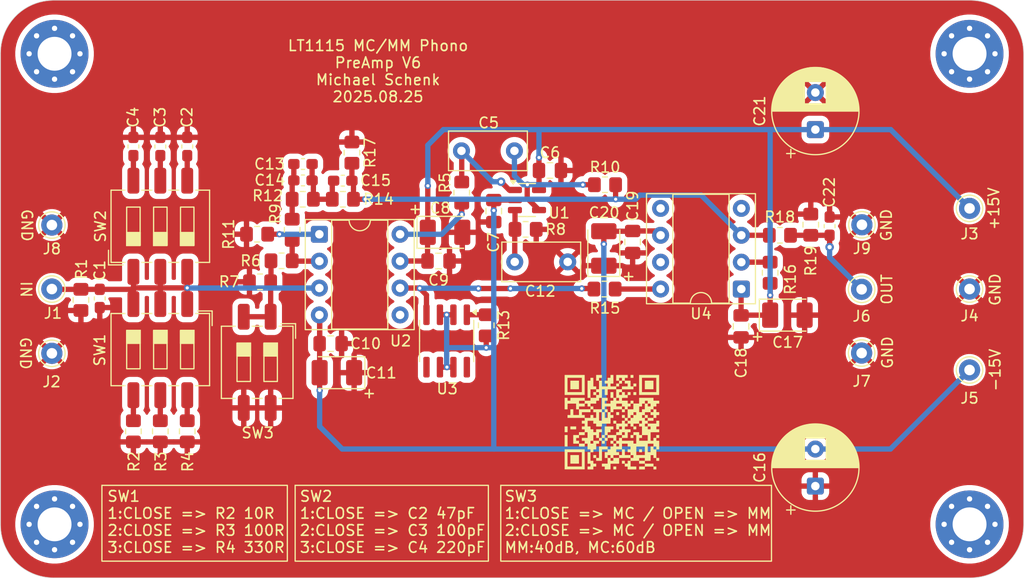
<source format=kicad_pcb>
(kicad_pcb (version 20241229) (generator "pcbnew") (generator_version "9.0")
  (layers (0 "F.Cu" signal) (2 "B.Cu" signal) (13 "F.Paste" user) (15 "B.Paste" user) (5 "F.SilkS" user "F.Silkscreen") (7 "B.SilkS" user "B.Silkscreen") (1 "F.Mask" user) (3 "B.Mask" user) (25 "Edge.Cuts" user))
  (net 0 "")
  (net 1 "GND")
  (net 2 "Net-(C2-Pad1)")
  (net 3 "+15V")
  (net 4 "-15V")
  (net 5 "Net-(C4-Pad1)")
  (net 6 "Net-(C5-Pad1)")
  (net 7 "SERVO_INR")
  (net 8 "Net-(J1-Pin_1)")
  (net 9 "Net-(C3-Pad1)")
  (net 10 "Net-(J6-Pin_1)")
  (net 11 "Net-(U1-+)")
  (net 12 "Net-(C13-Pad1)")
  (net 13 "Net-(R6-Pad2)")
  (net 14 "Net-(C13-Pad2)")
  (net 15 "Net-(R11-Pad2)")
  (net 16 "SERVO_OUT")
  (net 17 "Net-(U1--)")
  (net 18 "Net-(R2-Pad1)")
  (net 19 "Net-(R3-Pad1)")
  (net 20 "Net-(R4-Pad1)")
  (net 21 "Net-(U2--)")
  (net 22 "Net-(R13-Pad1)")
  (net 23 "Net-(U4-IN)")
  (net 24 "Net-(R15-Pad2)")
  (net 25 "Net-(R16-Pad2)")
  (footprint "Capacitor_Tantalum_SMD:CP_EIA-3528-12_Kemet-T_HandSolder" (layer "F.Cu") (at 121.9435 110.8456)
    (property "Reference" "C8")
    (property "Value" "10uF/25V")
  )
  (footprint "Capacitor_SMD:C_0805_2012Metric_Pad1.18x1.45mm_HandSolder" (layer "F.Cu") (at 121.3319 113.5568)
    (property "Reference" "C9")
    (property "Value" "1uF")
  )
  (footprint "Capacitor_SMD:C_0805_2012Metric_Pad1.18x1.45mm_HandSolder" (layer "F.Cu") (at 111.1465 121.3612 180)
    (property "Reference" "C10")
    (property "Value" "1uF")
  )
  (footprint "Capacitor_Tantalum_SMD:CP_EIA-3528-12_Kemet-T_HandSolder" (layer "F.Cu") (at 111.7365 124.1044 180)
    (property "Reference" "C11")
    (property "Value" "10uF/25V")
  )
  (footprint "Capacitor_SMD:C_0603_1608Metric_Pad1.08x0.95mm_HandSolder" (layer "F.Cu") (at 108.5353 104.394 180)
    (property "Reference" "C13")
    (property "Value" "330pF")
  )
  (footprint "Capacitor_SMD:C_0603_1608Metric_Pad1.08x0.95mm_HandSolder" (layer "F.Cu") (at 108.5353 105.9434 180)
    (property "Reference" "C14")
    (property "Value" "3.9nF")
  )
  (footprint "Capacitor_SMD:C_0603_1608Metric_Pad1.08x0.95mm_HandSolder" (layer "F.Cu") (at 112.2923 105.9688 180)
    (property "Reference" "C15")
    (property "Value" "15nF")
  )
  (footprint "Capacitor_SMD:C_0805_2012Metric_Pad1.18x1.45mm_HandSolder" (layer "F.Cu") (at 149.8854 119.7317 -90)
    (property "Reference" "C18")
    (property "Value" "1uF")
  )
  (footprint "Capacitor_SMD:C_0805_2012Metric_Pad1.18x1.45mm_HandSolder" (layer "F.Cu") (at 139.6492 111.7561 90)
    (property "Reference" "C19")
    (property "Value" "1uF")
  )
  (footprint "Capacitor_Tantalum_SMD:CP_EIA-3528-12_Kemet-T_HandSolder" (layer "F.Cu") (at 136.9314 112.3715 90)
    (property "Reference" "C20")
    (property "Value" "10uF/25V")
  )
  (footprint "Capacitor_SMD:C_0603_1608Metric_Pad1.08x0.95mm_HandSolder" (layer "F.Cu") (at 158.242 110.2625 90)
    (property "Reference" "C22")
    (property "Value" "3.9nF")
  )
  (footprint "Capacitor_SMD:C_0805_2012Metric_Pad1.18x1.45mm_HandSolder" (layer "F.Cu") (at 131.8475 105.0036)
    (property "Reference" "C6")
    (property "Value" "1uF")
  )
  (footprint "Capacitor_SMD:C_0805_2012Metric_Pad1.18x1.45mm_HandSolder" (layer "F.Cu") (at 126.5428 108.8351 90)
    (property "Reference" "C7")
    (property "Value" "1uF")
  )
  (footprint "Capacitor_THT:C_Rect_L7.2mm_W3.5mm_P5.00mm_FKS2_FKP2_MKS2_MKP2" (layer "F.Cu") (at 133.524 113.6396 180)
    (property "Reference" "C12")
    (property "Value" "1uF")
  )
  (footprint "Connector_Pin:Pin_D1.0mm_L10.0mm" (layer "F.Cu") (at 84.836 116.205)
    (property "Reference" "J1")
    (property "Value" "IN")
  )
  (footprint "Connector_Pin:Pin_D1.0mm_L10.0mm" (layer "F.Cu") (at 84.836 122.2756)
    (property "Reference" "J2")
    (property "Value" "IN_GND")
  )
  (footprint "Connector_Pin:Pin_D1.0mm_L10.0mm" (layer "F.Cu") (at 171.45 108.585)
    (property "Reference" "J3")
    (property "Value" "+15V")
  )
  (footprint "Connector_Pin:Pin_D1.0mm_L10.0mm" (layer "F.Cu") (at 171.45 116.205)
    (property "Reference" "J4")
    (property "Value" "GND")
  )
  (footprint "Connector_Pin:Pin_D1.0mm_L10.0mm" (layer "F.Cu") (at 171.45 123.8504)
    (property "Reference" "J5")
    (property "Value" "-15V")
  )
  (footprint "Connector_Pin:Pin_D1.0mm_L10.0mm" (layer "F.Cu") (at 161.2646 116.2304)
    (property "Reference" "J6")
    (property "Value" "OUT")
  )
  (footprint "Connector_Pin:Pin_D1.0mm_L10.0mm" (layer "F.Cu") (at 161.2646 122.2502)
    (property "Reference" "J7")
    (property "Value" "OUT_GND")
  )
  (footprint "Resistor_SMD:R_0805_2012Metric_Pad1.20x1.40mm_HandSolder" (layer "F.Cu") (at 87.5792 117.2304 -90)
    (property "Reference" "R1")
    (property "Value" "47k")
  )
  (footprint "Resistor_SMD:R_0805_2012Metric_Pad1.20x1.40mm_HandSolder" (layer "F.Cu") (at 106.5182 113.538 180)
    (property "Reference" "R6")
    (property "Value" "22.6R")
  )
  (footprint "Resistor_SMD:R_0805_2012Metric_Pad1.20x1.40mm_HandSolder" (layer "F.Cu") (at 104.4862 115.5192 180)
    (property "Reference" "R7")
    (property "Value" "210R/0R")
  )
  (footprint "Resistor_SMD:R_0805_2012Metric_Pad1.20x1.40mm_HandSolder" (layer "F.Cu") (at 107.5182 110.6076 -90)
    (property "Reference" "R9")
    (property "Value" "499R")
  )
  (footprint "Resistor_SMD:R_0805_2012Metric_Pad1.20x1.40mm_HandSolder" (layer "F.Cu") (at 108.5182 107.7214 180)
    (property "Reference" "R12")
    (property "Value" "17.8k")
  )
  (footprint "Resistor_SMD:R_0805_2012Metric_Pad1.20x1.40mm_HandSolder" (layer "F.Cu") (at 113.157 103.3178 90)
    (property "Reference" "R17")
    (property "Value" "82.5k")
  )
  (footprint "Resistor_SMD:R_0805_2012Metric_Pad1.20x1.40mm_HandSolder" (layer "F.Cu") (at 125.8316 119.6322 -90)
    (property "Reference" "R13")
    (property "Value" "33.2R")
  )
  (footprint "Resistor_SMD:R_0805_2012Metric_Pad1.20x1.40mm_HandSolder" (layer "F.Cu") (at 112.3028 107.7214 180)
    (property "Reference" "R14")
    (property "Value" "210k")
  )
  (footprint "Resistor_SMD:R_0805_2012Metric_Pad1.20x1.40mm_HandSolder" (layer "F.Cu") (at 136.9982 116.205 180)
    (property "Reference" "R15")
    (property "Value" "100R")
  )
  (footprint "Resistor_SMD:R_0805_2012Metric_Pad1.20x1.40mm_HandSolder" (layer "F.Cu") (at 152.6286 114.665 90)
    (property "Reference" "R16")
    (property "Value" "49.9R")
  )
  (footprint "Resistor_SMD:R_0805_2012Metric_Pad1.20x1.40mm_HandSolder" (layer "F.Cu") (at 153.5524 111.125 180)
    (property "Reference" "R18")
    (property "Value" "562R")
  )
  (footprint "Resistor_SMD:R_0805_2012Metric_Pad1.20x1.40mm_HandSolder" (layer "F.Cu") (at 156.464 110.125 90)
    (property "Reference" "R19")
    (property "Value" "25k")
  )
  (footprint "Resistor_SMD:R_0805_2012Metric_Pad1.20x1.40mm_HandSolder" (layer "F.Cu") (at 129.5494 110.5662)
    (property "Reference" "R8")
    (property "Value" "100k")
  )
  (footprint "Resistor_SMD:R_0805_2012Metric_Pad1.20x1.40mm_HandSolder" (layer "F.Cu") (at 137.0424 106.3498)
    (property "Reference" "R10")
    (property "Value" "100k")
  )
  (footprint "Package_DIP:DIP-8_W7.62mm_Socket" (layer "F.Cu") (at 110.0836 111.03)
    (property "Reference" "U2")
    (property "Value" "LT1115")
  )
  (footprint "Package_SO:SOIC-8_3.9x4.9mm_P1.27mm" (layer "F.Cu") (at 122.0978 121.1072 -90)
    (property "Reference" "U3")
    (property "Value" "LM334M")
  )
  (footprint "Package_TO_SOT_SMD:TSOT-23-5" (layer "F.Cu") (at 129.6778 107.794)
    (property "Reference" "U1")
    (property "Value" "OPA182IDBVR")
  )
  (footprint "Capacitor_THT:C_Rect_L7.2mm_W3.5mm_P5.00mm_FKS2_FKP2_MKS2_MKP2" (layer "F.Cu") (at 123.4948 103.1494)
    (property "Reference" "C5")
    (property "Value" "1uF")
  )
  (footprint "MountingHole:MountingHole_3.2mm_M3_Pad_Via" (layer "F.Cu") (at 85.09 93.98)
    (property "Reference" "H1" (hide yes))
    (property "Value" "MountingHole")
  )
  (footprint "MountingHole:MountingHole_3.2mm_M3_Pad_Via" (layer "F.Cu") (at 171.45 93.98)
    (property "Reference" "H2" (hide yes))
    (property "Value" "MountingHole")
  )
  (footprint "MountingHole:MountingHole_3.2mm_M3_Pad_Via" (layer "F.Cu") (at 85.09 138.43)
    (property "Reference" "H3" (hide yes))
    (property "Value" "MountingHole")
  )
  (footprint "MountingHole:MountingHole_3.2mm_M3_Pad_Via" (layer "F.Cu") (at 171.45 138.43)
    (property "Reference" "H4" (hide yes))
    (property "Value" "MountingHole")
  )
  (footprint "Package_DIP:DIP-8_W7.62mm_Socket" (layer "F.Cu") (at 149.9108 116.205 180)
    (property "Reference" "U4")
    (property "Value" "LT1010")
  )
  (footprint "Resistor_SMD:R_0805_2012Metric_Pad1.20x1.40mm_HandSolder" (layer "F.Cu") (at 104.2068 111.0234)
    (property "Reference" "R11")
    (property "Value" "33.2k")
  )
  (footprint "Resistor_SMD:R_0805_2012Metric_Pad1.20x1.40mm_HandSolder" (layer "F.Cu") (at 123.5202 107.0958 -90)
    (property "Reference" "R5")
    (property "Value" "33.2k")
  )
  (footprint "Capacitor_Tantalum_SMD:CP_EIA-3528-12_Kemet-T_HandSolder" (layer "F.Cu") (at 154.2561 118.6688)
    (property "Reference" "C17")
    (property "Value" "10uF/25V")
  )
  (footprint "Resistor_SMD:R_0805_2012Metric_Pad1.20x1.40mm_HandSolder" (layer "F.Cu") (at 97.6122 129.6444 -90)
    (property "Reference" "R4")
    (property "Value" "330R")
  )
  (footprint "Button_Switch_SMD:SW_DIP_SPSTx03_Slide_6.7x9.18mm_W8.61mm_P2.54mm_LowProfile" (layer "F.Cu") (at 95.0722 121.9258 -90)
    (property "Reference" "SW1")
    (property "Value" "SW_DIP_x03")
  )
  (footprint "Capacitor_SMD:C_0603_1608Metric_Pad1.08x0.95mm_HandSolder" (layer "F.Cu") (at 97.6122 102.7375 90)
    (property "Reference" "C2")
    (property "Value" "47pF")
  )
  (footprint "Capacitor_THT:CP_Radial_D8.0mm_P3.50mm" (layer "F.Cu") (at 156.8958 134.818 90)
    (property "Reference" "C16")
    (property "Value" "220uF/25V")
  )
  (footprint "Button_Switch_SMD:SW_DIP_SPSTx02_Slide_6.7x6.64mm_W8.61mm_P2.54mm_LowProfile" (layer "F.Cu") (at 104.2162 123.1262 -90)
    (property "Reference" "SW3")
    (property "Value" "SW_DIP_x02")
  )
  (footprint "Connector_Pin:Pin_D1.0mm_L10.0mm" (layer "F.Cu") (at 84.836 110.1598)
    (property "Reference" "J8")
    (property "Value" "IN_GND")
  )
  (footprint "Capacitor_SMD:C_0603_1608Metric_Pad1.08x0.95mm_HandSolder" (layer "F.Cu") (at 92.5322 102.7375 90)
    (property "Reference" "C4")
    (property "Value" "220p")
  )
  (footprint "Button_Switch_SMD:SW_DIP_SPSTx03_Slide_6.7x9.18mm_W8.61mm_P2.54mm_LowProfile" (layer "F.Cu") (at 95.0722 110.2738 90)
    (property "Reference" "SW2")
    (property "Value" "SW_DIP_x03")
  )
  (footprint "LOGO" (layer "F.Cu") (at 137.6934 128.778)
    (property "Reference" "G***" (hide yes))
    (property "Value" "LOGO" (hide yes))
  )
  (footprint "Connector_Pin:Pin_D1.0mm_L10.0mm" (layer "F.Cu") (at 161.29 110.1344)
    (property "Reference" "J9")
    (property "Value" "OUT_GND")
  )
  (footprint "Capacitor_SMD:C_0603_1608Metric_Pad1.08x0.95mm_HandSolder" (layer "F.Cu") (at 89.3572 117.0929 -90)
    (property "Reference" "C1")
    (property "Value" "10pF")
  )
  (footprint "Resistor_SMD:R_0805_2012Metric_Pad1.20x1.40mm_HandSolder" (layer "F.Cu") (at 92.5322 129.6444 -90)
    (property "Reference" "R2")
    (property "Value" "10R")
  )
  (footprint "Resistor_SMD:R_0805_2012Metric_Pad1.20x1.40mm_HandSolder" (layer "F.Cu") (at 95.0722 129.6444 -90)
    (property "Reference" "R3")
    (property "Value" "100R")
  )
  (footprint "Capacitor_SMD:C_0603_1608Metric_Pad1.08x0.95mm_HandSolder" (layer "F.Cu") (at 95.0722 102.7375 90)
    (property "Reference" "C3")
    (property "Value" "100pF")
  )
  (footprint "Capacitor_THT:CP_Radial_D8.0mm_P3.50mm" (layer "F.Cu") (at 156.8961 101.1428 90)
    (property "Reference" "C21")
    (property "Value" "220uF/25V")
  )
  (gr_rect (start 89.5604 134.747) (end 107.061 141.9098) (stroke (width 0.12)) (fill no) (layer "F.SilkS"))
  (gr_rect (start 107.7976 134.747) (end 126.0348 141.9098) (stroke (width 0.12)) (fill no) (layer "F.SilkS"))
  (gr_rect (start 127.2032 134.747) (end 152.7556 141.9098) (stroke (width 0.12)) (fill no) (layer "F.SilkS"))
  (gr_line (start 79.9846 138.4846) (end 79.9846 93.9254) (stroke (width 0.05)) (layer "Edge.Cuts"))
  (gr_line (start 171.5554 143.4846) (end 84.9846 143.4846) (stroke (width 0.05)) (layer "Edge.Cuts"))
  (gr_line (start 176.5554 93.9254) (end 176.5554 138.4846) (stroke (width 0.05)) (layer "Edge.Cuts"))
  (gr_arc (start 79.9846 93.9254) (mid 81.449066 90.389866) (end 84.9846 88.9254) (stroke (width 0.05)) (layer "Edge.Cuts"))
  (gr_arc (start 171.5554 88.9254) (mid 175.090934 90.389866) (end 176.5554 93.9254) (stroke (width 0.05)) (layer "Edge.Cuts"))
  (gr_line (start 84.9846 88.9254) (end 171.5554 88.9254) (stroke (width 0.05)) (layer "Edge.Cuts"))
  (gr_arc (start 176.5554 138.4846) (mid 175.090934 142.020134) (end 171.5554 143.4846) (stroke (width 0.05)) (layer "Edge.Cuts"))
  (gr_arc (start 84.9846 143.4846) (mid 81.449066 142.020134) (end 79.9846 138.4846) (stroke (width 0.05)) (layer "Edge.Cuts"))
  (gr_text "GND" (at 163.703 122.1994 90) (layer "F.SilkS") (effects (font (size 1 1))))
  (gr_text "GND" (at 173.863 116.2558 90) (layer "F.SilkS") (effects (font (size 1 1))))
  (gr_text "+" (at 114.0714 126.5936 0) (layer "F.SilkS") (effects (font (size 1 1)) (justify left bottom)))
  (gr_text "+15V" (at 173.736 108.6104 90) (layer "F.SilkS") (effects (font (size 1 1))))
  (gr_text "OUT" (at 163.6522 116.2304 90) (layer "F.SilkS") (effects (font (size 1 1))))
  (gr_text "+" (at 118.4148 109.1946 0) (layer "F.SilkS") (effects (font (size 1 1)) (justify left bottom)))
  (gr_text "SW2\n1:CLOSE => C2 47pF\n2:CLOSE => C3 100pF\n3:CLOSE => C4 220pF" (at 108.1532 141.1986 0) (layer "F.SilkS") (effects (font (size 1 1)) (justify left bottom)))
  (gr_text "+" (at 150.7236 121.2342 0) (layer "F.SilkS") (effects (font (size 1 1)) (justify left bottom)))
  (gr_text "SW3\n1:CLOSE => MC / OPEN => MM\n2:CLOSE => MC / OPEN => MM\nMM:40dB, MC:60dB" (at 127.4826 141.1986 0) (layer "F.SilkS") (effects (font (size 1 1)) (justify left bottom)))
  (gr_text "LT1115 MC/MM Phono\nPreAmp V6\nMichael Schenk\n2025.08.25" (at 115.6208 95.631 0) (layer "F.SilkS") (effects (font (size 1 1))))
  (gr_text "GND" (at 163.6014 110.1598 90) (layer "F.SilkS") (effects (font (size 1 1))))
  (gr_text "SW1\n1:CLOSE => R2 10R\n2:CLOSE => R3 100R\n3:CLOSE => R4 330R" (at 89.9922 141.1986 0) (layer "F.SilkS") (effects (font (size 1 1)) (justify left bottom)))
  (gr_text "-15V" (at 173.863 123.8504 90) (layer "F.SilkS") (effects (font (size 1 1))))
  (gr_text "IN" (at 82.3976 116.2304 270) (layer "F.SilkS") (effects (font (size 1 1))))
  (gr_text "+" (at 138.557 115.5446 0) (layer "F.SilkS") (effects (font (size 1 1)) (justify left bottom)))
  (gr_text "GND" (at 82.3468 122.2756 270) (layer "F.SilkS") (effects (font (size 1 1))))
  (gr_text "GND" (at 82.4738 110.1852 270) (layer "F.SilkS") (effects (font (size 1 1))))
  (segment (start 97.6122 105.9688) (end 97.6122 103.6) (width 0.5) (layer "F.Cu") (net 2))
  (segment (start 120.316 110.8456) (end 120.316 106.4552) (width 0.5) (layer "F.Cu") (net 3))
  (segment (start 149.8854 116.2304) (end 149.9108 116.205) (width 0.5) (layer "F.Cu") (net 3))
  (segment (start 149.8854 118.6942) (end 149.8854 116.2304) (width 0.5) (layer "F.Cu") (net 3))
  (segment (start 152.6286 116.7892) (end 152.6286 115.665) (width 0.5) (layer "F.Cu") (net 3))
  (segment (start 130.8153 106.844) (end 130.8153 105.0089) (width 0.5) (layer "F.Cu") (net 3))
  (segment (start 152.6286 118.6688) (end 152.6286 116.7892) (width 0.5) (layer "F.Cu") (net 3))
  (segment (start 120.2944 110.8672) (end 120.316 110.8456) (width 0.5) (layer "F.Cu") (net 3))
  (segment (start 117.7168 113.5568) (end 117.7036 113.57) (width 0.5) (layer "F.Cu") (net 3))
  (segment (start 152.6286 118.6688) (end 149.9108 118.6688) (width 0.5) (layer "F.Cu") (net 3))
  (segment (start 149.9108 118.6688) (end 149.8854 118.6942) (width 0.5) (layer "F.Cu") (net 3))
  (segment (start 130.81 105.0036) (end 130.81 103.7844) (width 0.5) (layer "F.Cu") (net 3))
  (segment (start 120.316 106.4552) (end 120.3198 106.4514) (width 0.5) (layer "F.Cu") (net 3))
  (segment (start 120.2944 113.5568) (end 120.2944 110.8672) (width 0.5) (layer "F.Cu") (net 3))
  (segment (start 130.8153 105.0089) (end 130.81 105.0036) (width 0.5) (layer "F.Cu") (net 3))
  (segment (start 120.2944 113.5568) (end 117.7168 113.5568) (width 0.5) (layer "F.Cu") (net 3))
  (via (at 130.81 103.7844) (size 0.6) (drill 0.3) (layers "F.Cu" "B.Cu") (net 3))
  (via (at 152.6286 116.7892) (size 0.6) (drill 0.3) (layers "F.Cu" "B.Cu") (net 3))
  (via (at 120.3198 106.4514) (size 0.6) (drill 0.3) (layers "F.Cu" "B.Cu") (net 3))
  (segment (start 156.8961 101.1428) (end 152.654 101.1428) (width 0.5) (layer "B.Cu") (net 3))
  (segment (start 152.6286 101.1682) (end 152.654 101.1428) (width 0.5) (layer "B.Cu") (net 3))
  (segment (start 130.81 103.7844) (end 130.81 101.1428) (width 0.5) (layer "B.Cu") (net 3))
  (segment (start 120.3198 106.4514) (end 120.3198 102.616) (width 0.5) (layer "B.Cu") (net 3))
  (segment (start 164.0078 101.1428) (end 156.8961 101.1428) (width 0.5) (layer "B.Cu") (net 3))
  (segment (start 152.6286 116.7892) (end 152.6286 101.1682) (width 0.5) (layer "B.Cu") (net 3))
  (segment (start 171.45 108.585) (end 164.0078 101.1428) (width 0.5) (layer "B.Cu") (net 3))
  (segment (start 152.654 101.1428) (end 130.81 101.1428) (width 0.5) (layer "B.Cu") (net 3))
  (segment (start 130.81 101.1428) (end 121.793 101.1428) (width 0.5) (layer "B.Cu") (net 3))
  (segment (start 121.793 101.1428) (end 120.3198 102.616) (width 0.5) (layer "B.Cu") (net 3))
  (segment (start 110.109 121.3612) (end 110.109 118.6754) (width 0.5) (layer "F.Cu") (net 4))
  (segment (start 136.9314 110.744) (end 136.9314 111.9632) (width 0.5) (layer "F.Cu") (net 4))
  (segment (start 122.1232 123.5822) (end 121.4628 123.5822) (width 0.5) (layer "F.Cu") (net 4))
  (segment (start 125.8316 120.6322) (end 125.8316 121.7422) (width 0.5) (layer "F.Cu") (net 4))
  (segment (start 126.5428 107.7976) (end 126.5428 108.7851) (width 0.5) (layer "F.Cu") (net 4))
  (segment (start 139.6492 110.7186) (end 141.8844 110.7186) (width 0.5) (layer "F.Cu") (net 4))
  (segment (start 141.8844 110.7186) (end 142.2908 111.125) (width 0.5) (layer "F.Cu") (net 4))
  (segment (start 110.109 124.1044) (end 110.109 125.7808) (width 0.5) (layer "F.Cu") (net 4))
  (segment (start 122.7328 118.6322) (end 122.0978 118.6322) (width 0.5) (layer "F.Cu") (net 4))
  (segment (start 128.5367 107.7976) (end 128.5403 107.794) (width 0.5) (layer "F.Cu") (net 4))
  (segment (start 122.7328 123.5822) (end 122.1232 123.5822) (width 0.5) (layer "F.Cu") (net 4))
  (segment (start 110.109 118.6754) (end 110.0836 118.65) (width 0.5) (layer "F.Cu") (net 4))
  (segment (start 122.0978 118.6322) (end 121.4628 118.6322) (width 0.5) (layer "F.Cu") (net 4))
  (segment (start 126.5428 107.7976) (end 128.5367 107.7976) (width 0.5) (layer "F.Cu") (net 4))
  (segment (start 136.9314 110.744) (end 139.6238 110.744) (width 0.5) (layer "F.Cu") (net 4))
  (segment (start 110.109 124.1044) (end 110.109 118.6754) (width 0.5) (layer "F.Cu") (net 4))
  (segment (start 139.6238 110.744) (end 139.6492 110.7186) (width 0.5) (layer "F.Cu") (net 4))
  (via (at 136.9314 111.9632) (size 0.6) (drill 0.3) (layers "F.Cu" "B.Cu") (net 4))
  (via (at 126.5428 108.7851) (size 0.6) (drill 0.3) (layers "F.Cu" "B.Cu") (net 4))
  (via (at 122.0978 118.6322) (size 0.6) (drill 0.3) (layers "F.Cu" "B.Cu") (net 4))
  (via (at 110.109 125.7808) (size 0.6) (drill 0.3) (layers "F.Cu" "B.Cu") (net 4))
  (via (at 125.8316 121.7422) (size 0.6) (drill 0.3) (layers "F.Cu" "B.Cu") (net 4))
  (via (at 122.1232 123.5822) (size 0.6) (drill 0.3) (layers "F.Cu" "B.Cu") (net 4))
  (segment (start 126.5428 121.7422) (end 126.5428 131.2926) (width 0.5) (layer "B.Cu") (net 4))
  (segment (start 122.0978 123.5568) (end 122.1232 123.5822) (width 0.5) (layer "B.Cu") (net 4))
  (segment (start 112.2426 131.318) (end 110.109 129.1844) (width 0.5) (layer "B.Cu") (net 4))
  (segment (start 126.5428 108.7851) (end 126.5428 121.7422) (width 0.5) (layer "B.Cu") (net 4))
  (segment (start 126.5428 131.2926) (end 126.5682 131.318) (width 0.5) (layer "B.Cu") (net 4))
  (segment (start 110.109 129.1844) (end 110.109 125.7808) (width 0.5) (layer "B.Cu") (net 4))
  (segment (start 122.0978 118.6322) (end 122.0978 121.7422) (width 0.5) (layer "B.Cu") (net 4))
  (segment (start 126.5682 131.318) (end 112.2426 131.318) (width 0.5) (layer "B.Cu") (net 4))
  (segment (start 156.8958 131.318) (end 136.8806 131.318) (width 0.5) (layer "B.Cu") (net 4))
  (segment (start 122.0978 121.7422) (end 122.0978 123.5568) (width 0.5) (layer "B.Cu") (net 4))
  (segment (start 136.8806 131.318) (end 126.5682 131.318) (width 0.5) (layer "B.Cu") (net 4))
  (segment (start 125.8316 121.7422) (end 126.5428 121.7422) (width 0.5) (layer "B.Cu") (net 4))
  (segment (start 125.8316 121.7422) (end 122.0978 121.7422) (width 0.5) (layer "B.Cu") (net 4))
  (segment (start 171.45 123.8504) (end 163.9824 131.318) (width 0.5) (layer "B.Cu") (net 4))
  (segment (start 136.9314 111.9632) (end 136.9314 131.2672) (width 0.5) (layer "B.Cu") (net 4))
  (segment (start 163.9824 131.318) (end 156.8958 131.318) (width 0.5) (layer "B.Cu") (net 4))
  (segment (start 136.9314 131.2672) (end 136.8806 131.318) (width 0.5) (layer "B.Cu") (net 4))
  (segment (start 92.5322 105.9688) (end 92.5322 103.6) (width 0.5) (layer "F.Cu") (net 5))
  (segment (start 128.0022 106.844) (end 127.2286 106.0704) (width 0.5) (layer "F.Cu") (net 6))
  (segment (start 123.5202 103.1748) (end 123.4948 103.1494) (width 0.5) (layer "F.Cu") (net 6))
  (segment (start 123.5202 106.0958) (end 123.5202 103.1748) (width 0.5) (layer "F.Cu") (net 6))
  (segment (start 128.5403 106.844) (end 128.0022 106.844) (width 0.5) (layer "F.Cu") (net 6))
  (via (at 127.2286 106.0704) (size 0.8) (drill 0.4) (layers "F.Cu" "B.Cu") (net 6))
  (segment (start 127.2286 106.0704) (end 126.4158 106.0704) (width 0.5) (layer "B.Cu") (net 6))
  (segment (start 126.4158 106.0704) (end 123.4948 103.1494) (width 0.5) (layer "B.Cu") (net 6))
  (segment (start 138.0424 106.3498) (end 138.0424 107.7148) (width 0.5) (layer "F.Cu") (net 7))
  (segment (start 113.1548 105.9688) (end 113.1548 104.32) (width 0.5) (layer "F.Cu") (net 7))
  (segment (start 138.0424 107.7148) (end 138.049 107.7214) (width 0.5) (layer "F.Cu") (net 7))
  (segment (start 113.3028 106.1168) (end 113.1548 105.9688) (width 0.5) (layer "F.Cu") (net 7))
  (segment (start 149.9108 111.125) (end 152.5524 111.125) (width 0.5) (layer "F.Cu") (net 7))
  (segment (start 113.3028 107.7214) (end 114.4016 107.7214) (width 0.5) (layer "F.Cu") (net 7))
  (segment (start 113.3028 107.7214) (end 113.3028 106.1168) (width 0.5) (layer "F.Cu") (net 7))
  (segment (start 113.1548 104.32) (end 113.157 104.3178) (width 0.5) (layer "F.Cu") (net 7))
  (via (at 114.4016 107.7214) (size 0.6) (drill 0.3) (layers "F.Cu" "B.Cu") (net 7))
  (via (at 138.049 107.7214) (size 0.6) (drill 0.3) (layers "F.Cu" "B.Cu") (net 7))
  (segment (start 139.9286 107.7214) (end 140.316 107.334) (width 0.5) (layer "B.Cu") (net 7))
  (segment (start 138.049 107.7214) (end 139.9286 107.7214) (width 0.5) (layer "B.Cu") (net 7))
  (segment (start 114.4016 107.7214) (end 138.049 107.7214) (width 0.5) (layer "B.Cu") (net 7))
  (segment (start 140.316 107.334) (end 146.1198 107.334) (width 0.5) (layer "B.Cu") (net 7))
  (segment (start 146.1198 107.334) (end 149.9108 111.125) (width 0.5) (layer "B.Cu") (net 7))
  (segment (start 92.5322 116.0968) (end 92.5322 114.5788) (width 0.5) (layer "F.Cu") (net 8))
  (segment (start 97.6122 117.6208) (end 97.6122 116.0968) (width 0.5) (layer "F.Cu") (net 8))
  (segment (start 87.5792 116.2304) (end 84.8614 116.2304) (width 0.5) (layer "F.Cu") (net 8))
  (segment (start 92.3986 116.2304) (end 92.5322 116.0968) (width 0.5) (layer "F.Cu") (net 8))
  (segment (start 89.3572 116.2304) (end 87.5792 116.2304) (width 0.5) (layer "F.Cu") (net 8))
  (segment (start 95.0722 117.6208) (end 95.0722 114.5788) (width 0.5) (layer "F.Cu") (net 8))
  (segment (start 97.6122 116.0968) (end 92.5322 116.0968) (width 0.5) (layer "F.Cu") (net 8))
  (segment (start 84.8614 116.2304) (end 84.836 116.205) (width 0.5) (layer "F.Cu") (net 8))
  (segment (start 97.6122 116.0968) (end 97.6122 114.5788) (width 0.5) (layer "F.Cu") (net 8))
  (segment (start 92.5322 117.6208) (end 92.5322 116.0968) (width 0.5) (layer "F.Cu") (net 8))
  (segment (start 89.3572 116.2304) (end 92.3986 116.2304) (width 0.5) (layer "F.Cu") (net 8))
  (via (at 97.6122 116.0968) (size 0.6) (drill 0.3) (layers "F.Cu" "B.Cu") (net 8))
  (segment (start 97.6122 116.0968) (end 97.6254 116.11) (width 0.5) (layer "B.Cu") (net 8))
  (segment (start 97.6254 116.11) (end 110.0836 116.11) (width 0.5) (layer "B.Cu") (net 8))
  (segment (start 95.0722 105.9688) (end 95.0722 103.6) (width 0.5) (layer "F.Cu") (net 9))
  (segment (start 154.5524 111.125) (end 158.242 111.125) (width 0.5) (layer "F.Cu") (net 10))
  (segment (start 158.242 111.125) (end 158.242 112.2426) (width 0.5) (layer "F.Cu") (net 10))
  (via (at 158.242 112.2426) (size 0.8) (drill 0.4) (layers "F.Cu" "B.Cu") (net 10))
  (segment (start 158.242 113.2078) (end 161.2646 116.2304) (width 0.5) (layer "B.Cu") (net 10))
  (segment (start 158.242 112.2426) (end 158.242 113.2078) (width 0.5) (layer "B.Cu") (net 10))
  (segment (start 128.524 113.6396) (end 128.524 110.5916) (width 0.5) (layer "F.Cu") (net 11))
  (segment (start 128.524 110.5916) (end 128.5494 110.5662) (width 0.5) (layer "F.Cu") (net 11))
  (segment (start 128.5494 108.7531) (end 128.5403 108.744) (width 0.5) (layer "F.Cu") (net 11))
  (segment (start 128.5494 110.5662) (end 128.5494 108.7531) (width 0.5) (layer "F.Cu") (net 11))
  (segment (start 109.3978 105.9434) (end 109.3978 104.394) (width 0.5) (layer "F.Cu") (net 12))
  (segment (start 111.3028 107.7214) (end 111.3028 106.0958) (width 0.5) (layer "F.Cu") (net 12))
  (segment (start 109.5182 106.0638) (end 109.3978 105.9434) (width 0.5) (layer "F.Cu") (net 12))
  (segment (start 111.3028 107.7214) (end 109.5182 107.7214) (width 0.5) (layer "F.Cu") (net 12))
  (segment (start 109.5182 107.7214) (end 109.5182 106.0638) (width 0.5) (layer "F.Cu") (net 12))
  (segment (start 111.3028 106.0958) (end 111.4298 105.9688) (width 0.5) (layer "F.Cu") (net 12))
  (segment (start 105.5182 113.538) (end 105.5182 115.4872) (width 0.5) (layer "F.Cu") (net 13))
  (segment (start 105.4862 118.8212) (end 105.4862 115.5192) (width 0.5) (layer "F.Cu") (net 13))
  (segment (start 105.5182 115.4872) (end 105.4862 115.5192) (width 0.5) (layer "F.Cu") (net 13))
  (segment (start 105.4862 118.8212) (end 102.9462 118.8212) (width 0.5) (layer "F.Cu") (net 13))
  (segment (start 107.5182 106.098) (end 107.6728 105.9434) (width 0.5) (layer "F.Cu") (net 14))
  (segment (start 107.6728 105.9434) (end 107.6728 104.394) (width 0.5) (layer "F.Cu") (net 14))
  (segment (start 107.5182 107.7214) (end 107.5182 106.098) (width 0.5) (layer "F.Cu") (net 14))
  (segment (start 107.5182 107.7214) (end 107.5182 109.6076) (width 0.5) (layer "F.Cu") (net 14))
  (segment (start 106.3244 111.0234) (end 105.2068 111.0234) (width 0.5) (layer "F.Cu") (net 15))
  (via (at 106.3244 111.0234) (size 0.6) (drill 0.3) (layers "F.Cu" "B.Cu") (net 15))
  (segment (start 106.331 111.03) (end 106.3244 111.0234) (width 0.5) (layer "B.Cu") (net 15))
  (segment (start 110.0836 111.03) (end 106.331 111.03) (width 0.5) (layer "B.Cu") (net 15))
  (segment (start 123.5202 108.0958) (end 123.5202 109.1438) (width 0.5) (layer "F.Cu") (net 16))
  (via (at 123.5202 109.1438) (size 0.6) (drill 0.3) (layers "F.Cu" "B.Cu") (net 16))
  (segment (start 121.634 111.03) (end 123.5202 109.1438) (width 0.5) (layer "B.Cu") (net 16))
  (segment (start 117.7036 111.03) (end 121.634 111.03) (width 0.5) (layer "B.Cu") (net 16))
  (segment (start 136.0424 106.3498) (end 134.9502 106.3498) (width 0.5) (layer "F.Cu") (net 17))
  (segment (start 129.7018 107.6305) (end 129.7018 106.3658) (width 0.5) (layer "F.Cu") (net 17))
  (segment (start 130.8153 108.744) (end 129.7018 107.6305) (width 0.5) (layer "F.Cu") (net 17))
  (segment (start 129.7018 106.3658) (end 129.7178 106.3498) (width 0.5) (layer "F.Cu") (net 17))
  (via (at 129.7178 106.3498) (size 0.6) (drill 0.3) (layers "F.Cu" "B.Cu") (net 17))
  (via (at 134.9502 106.3498) (size 0.6) (drill 0.3) (layers "F.Cu" "B.Cu") (net 17))
  (segment (start 128.4948 105.5078) (end 128.4948 103.1494) (width 0.5) (layer "B.Cu") (net 17))
  (segment (start 134.9502 106.3498) (end 129.7178 106.3498) (width 0.5) (layer "B.Cu") (net 17))
  (segment (start 129.7178 106.3498) (end 129.3368 106.3498) (width 0.5) (layer "B.Cu") (net 17))
  (segment (start 129.3368 106.3498) (end 128.4948 105.5078) (width 0.5) (layer "B.Cu") (net 17))
  (segment (start 92.5322 126.2308) (end 92.5322 128.6444) (width 0.5) (layer "F.Cu") (net 18))
  (segment (start 95.0722 126.2308) (end 95.0722 128.6444) (width 0.5) (layer "F.Cu") (net 19))
  (segment (start 97.6122 126.2308) (end 97.6122 128.6444) (width 0.5) (layer "F.Cu") (net 20))
  (segment (start 107.5502 113.57) (end 107.5182 113.538) (width 0.5) (layer "F.Cu") (net 21))
  (segment (start 107.5182 113.538) (end 107.5182 111.6076) (width 0.5) (layer "F.Cu") (net 21))
  (segment (start 110.0836 113.57) (end 107.5502 113.57) (width 0.5) (layer "F.Cu") (net 21))
  (segment (start 125.8316 118.6322) (end 124.0028 118.6322) (width 0.5) (layer "F.Cu") (net 22))
  (segment (start 142.2908 116.205) (end 137.9982 116.205) (width 0.5) (layer "F.Cu") (net 23))
  (segment (start 120.1928 118.6322) (end 120.1928 116.7638) (width 0.5) (layer "F.Cu") (net 24))
  (segment (start 120.1928 116.7638) (end 119.5578 116.1288) (width 0.5) (layer "F.Cu") (net 24))
  (segment (start 117.7036 116.11) (end 119.539 116.11) (width 0.5) (layer "F.Cu") (net 24))
  (segment (start 135.9474 116.1542) (end 135.9982 116.205) (width 0.5) (layer "F.Cu") (net 24))
  (segment (start 119.539 116.11) (end 119.5578 116.1288) (width 0.5) (layer "F.Cu") (net 24))
  (segment (start 134.8486 116.1542) (end 135.9474 116.1542) (width 0.5) (layer "F.Cu") (net 24))
  (segment (start 125.095 116.1542) (end 128.1176 116.1542) (width 0.5) (layer "F.Cu") (net 24))
  (via (at 134.8486 116.1542) (size 0.6) (drill 0.3) (layers "F.Cu" "B.Cu") (net 24))
  (via (at 128.1176 116.1542) (size 0.6) (drill 0.3) (layers "F.Cu" "B.Cu") (net 24))
  (via (at 125.095 116.1542) (size 0.6) (drill 0.3) (layers "F.Cu" "B.Cu") (net 24))
  (via (at 119.5578 116.1288) (size 0.6) (drill 0.3) (layers "F.Cu" "B.Cu") (net 24))
  (segment (start 125.0696 116.1288) (end 125.095 116.1542) (width 0.5) (layer "B.Cu") (net 24))
  (segment (start 119.5578 116.1288) (end 125.0696 116.1288) (width 0.5) (layer "B.Cu") (net 24))
  (segment (start 128.1176 116.1542) (end 134.8486 116.1542) (width 0.5) (layer "B.Cu") (net 24))
  (segment (start 152.6286 113.665) (end 149.9108 113.665) (width 0.5) (layer "F.Cu") (net 25))
  (zone (net 1) (net_name "GND") (layer "F.Cu") (connect_pads (clearance 0.508)) (min_thickness 0.254) (fill yes (thermal_gap 0.508) (thermal_bridge_width 0.508))
    (polygon (pts (xy 176.5808 143.51) (xy 79.9846 143.51) (xy 79.9846 88.9254) (xy 176.5808 88.9254)))
  )
)
</source>
